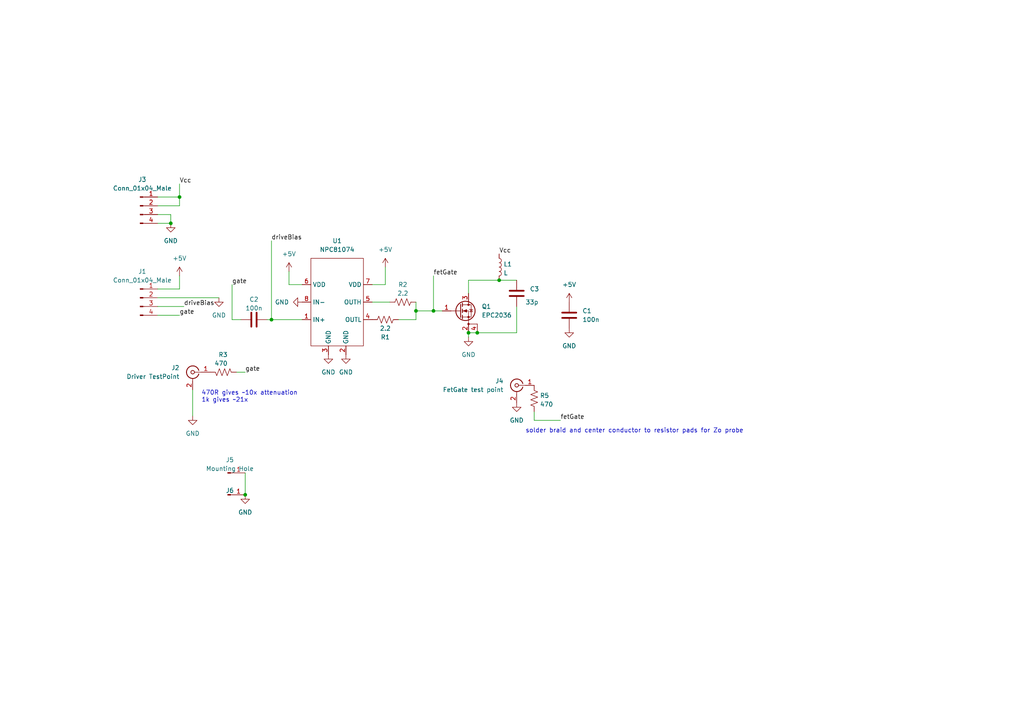
<source format=kicad_sch>
(kicad_sch (version 20211123) (generator eeschema)
  (paper "A4")
  (lib_symbols
    (symbol "Connector:Conn_01x01_Male" (pin_names (offset 1.016) hide)
      (property "Reference" "J" (at 0 2.54 0))
      (property "Value" "Conn_01x01_Male" (at 0 -2.54 0))
      (symbol "Conn_01x01_Male_1_1"
        (polyline (pts (xy 1.27 0) (xy 0.8636 0)) (stroke (width 0.1524)))
        (rectangle (start 0.8636 0.127) (end 0 -0.127) (stroke (width 0.1524)) (fill (type outline)))
        (pin passive line (at 5.08 0 180) (length 3.81) (name "Pin_1") (number "1"))
      )
    )
    (symbol "Connector:Conn_01x04_Male" (pin_names (offset 1.016) hide)
      (property "Reference" "J" (at 0 5.08 0))
      (property "Value" "Conn_01x04_Male" (at 0 -7.62 0))
      (symbol "Conn_01x04_Male_1_1"
        (polyline (pts (xy 1.27 -5.08) (xy 0.8636 -5.08)) (stroke (width 0.1524)))
        (polyline (pts (xy 1.27 -2.54) (xy 0.8636 -2.54)) (stroke (width 0.1524)))
        (polyline (pts (xy 1.27 0) (xy 0.8636 0)) (stroke (width 0.1524)))
        (polyline (pts (xy 1.27 2.54) (xy 0.8636 2.54)) (stroke (width 0.1524)))
        (rectangle (start 0.8636 -4.953) (end 0 -5.207) (stroke (width 0.1524)) (fill (type outline)))
        (rectangle (start 0.8636 -2.413) (end 0 -2.667) (stroke (width 0.1524)) (fill (type outline)))
        (rectangle (start 0.8636 0.127) (end 0 -0.127) (stroke (width 0.1524)) (fill (type outline)))
        (rectangle (start 0.8636 2.667) (end 0 2.413) (stroke (width 0.1524)) (fill (type outline)))
        (pin passive line (at 5.08 2.54 180) (length 3.81) (name "Pin_1") (number "1"))
        (pin passive line (at 5.08 0 180) (length 3.81) (name "Pin_2") (number "2"))
        (pin passive line (at 5.08 -2.54 180) (length 3.81) (name "Pin_3") (number "3"))
        (pin passive line (at 5.08 -5.08 180) (length 3.81) (name "Pin_4") (number "4"))
      )
    )
    (symbol "Connector:Conn_Coaxial" (pin_names (offset 1.016) hide)
      (property "Reference" "J" (at 0.254 3.048 0))
      (property "Value" "Conn_Coaxial" (at 2.921 0 90))
      (symbol "Conn_Coaxial_0_1"
        (arc (start -1.778 -0.508) (mid 0.222 -1.808) (end 1.778 0) (stroke (width 0.254)))
        (polyline (pts (xy -2.54 0) (xy -0.508 0)))
        (polyline (pts (xy 0 -2.54) (xy 0 -1.778)))
        (circle (center 0 0) (radius 0.508) (stroke (width 0.2032)))
        (arc (start 1.778 0) (mid 0.2221 1.8083) (end -1.778 0.508) (stroke (width 0.254)))
      )
      (symbol "Conn_Coaxial_1_1"
        (pin passive line (at -5.08 0 0) (length 2.54) (name "In") (number "1"))
        (pin passive line (at 0 -5.08 90) (length 2.54) (name "Ext") (number "2"))
      )
    )
    (symbol "Device:C" (pin_numbers hide) (pin_names (offset 0.254))
      (property "Reference" "C" (at 0.635 2.54 0))
      (property "Value" "C" (at 0.635 -2.54 0))
      (symbol "C_0_1"
        (polyline (pts (xy -2.032 -0.762) (xy 2.032 -0.762)) (stroke (width 0.508)))
        (polyline (pts (xy -2.032 0.762) (xy 2.032 0.762)) (stroke (width 0.508)))
      )
      (symbol "C_1_1"
        (pin passive line (at 0 3.81 270) (length 2.794) (name "~") (number "1"))
        (pin passive line (at 0 -3.81 90) (length 2.794) (name "~") (number "2"))
      )
    )
    (symbol "Device:L" (pin_numbers hide) (pin_names (offset 1.016) hide)
      (property "Reference" "L" (at -1.27 0 90))
      (property "Value" "L" (at 1.905 0 90))
      (symbol "L_0_1"
        (arc (start 0 -2.54) (mid 0.635 -1.905) (end 0 -1.27))
        (arc (start 0 -1.27) (mid 0.635 -0.635) (end 0 0))
        (arc (start 0 0) (mid 0.635 0.635) (end 0 1.27))
        (arc (start 0 1.27) (mid 0.635 1.905) (end 0 2.54))
      )
      (symbol "L_1_1"
        (pin passive line (at 0 3.81 270) (length 1.27) (name "1") (number "1"))
        (pin passive line (at 0 -3.81 90) (length 1.27) (name "2") (number "2"))
      )
    )
    (symbol "Device:R_US" (pin_numbers hide) (pin_names (offset 0))
      (property "Reference" "R" (at 2.54 0 90))
      (property "Value" "R_US" (at -2.54 0 90))
      (symbol "R_US_0_1"
        (polyline (pts (xy 0 -2.286) (xy 0 -2.54)))
        (polyline (pts (xy 0 2.286) (xy 0 2.54)))
        (polyline (pts (xy 0 -0.762) (xy 1.016 -1.143) (xy 0 -1.524) (xy -1.016 -1.905) (xy 0 -2.286)))
        (polyline (pts (xy 0 0.762) (xy 1.016 0.381) (xy 0 0) (xy -1.016 -0.381) (xy 0 -0.762)))
        (polyline (pts (xy 0 2.286) (xy 1.016 1.905) (xy 0 1.524) (xy -1.016 1.143) (xy 0 0.762)))
      )
      (symbol "R_US_1_1"
        (pin passive line (at 0 3.81 270) (length 1.27) (name "~") (number "1"))
        (pin passive line (at 0 -3.81 90) (length 1.27) (name "~") (number "2"))
      )
    )
    (symbol "gan_fet:NPC81074"
      (property "Reference" "U" (at 0 10.16 0))
      (property "Value" "NPC81074" (at 0 12.7 0))
      (symbol "NPC81074_0_1"
        (rectangle (start -7.62 15.24) (end 7.62 -10.16))
      )
      (symbol "NPC81074_1_1"
        (pin input line (at -10.16 -2.54 0) (length 2.54) (name "IN+") (number "1"))
        (pin power_in line (at 2.54 -12.7 90) (length 2.54) (name "GND") (number "2"))
        (pin power_in line (at -2.54 -12.7 90) (length 2.54) (name "GND") (number "3"))
        (pin open_collector line (at 10.16 -2.54 180) (length 2.54) (name "OUTL") (number "4"))
        (pin open_emitter line (at 10.16 2.54 180) (length 2.54) (name "OUTH") (number "5"))
        (pin power_in line (at -10.16 7.62 0) (length 2.54) (name "VDD") (number "6"))
        (pin power_in line (at 10.16 7.62 180) (length 2.54) (name "VDD") (number "7"))
        (pin input line (at -10.16 2.54 0) (length 2.54) (name "IN-") (number "8"))
      )
    )
    (symbol "gan_fet:Q_NMOS_GSDS" (pin_names (offset 0) hide)
      (property "Reference" "Q1" (at 6.35 1.2701 0))
      (property "Value" "Q_NMOS_GSDS" (at 6.35 -1.2699 0))
      (symbol "Q_NMOS_GSDS_0_1"
        (polyline (pts (xy 0.254 0) (xy -2.54 0)))
        (polyline (pts (xy 0.254 1.905) (xy 0.254 -1.905)) (stroke (width 0.254)))
        (polyline (pts (xy 0.762 -1.27) (xy 0.762 -2.286)) (stroke (width 0.254)))
        (polyline (pts (xy 0.762 0.508) (xy 0.762 -0.508)) (stroke (width 0.254)))
        (polyline (pts (xy 0.762 2.286) (xy 0.762 1.27)) (stroke (width 0.254)))
        (polyline (pts (xy 2.54 -3.81) (xy 2.54 -2.54)) (stroke (width 0.1524)))
        (polyline (pts (xy 2.54 2.54) (xy 2.54 1.778)))
        (polyline (pts (xy 5.08 -3.81) (xy 2.54 -3.81)) (stroke (width 0.1524)))
        (polyline (pts (xy 2.54 -2.54) (xy 2.54 0) (xy 0.762 0)))
        (polyline (pts (xy 0.762 -1.778) (xy 3.302 -1.778) (xy 3.302 1.778) (xy 0.762 1.778)))
        (polyline (pts (xy 1.016 0) (xy 2.032 0.381) (xy 2.032 -0.381) (xy 1.016 0)) (fill (type outline)))
        (polyline (pts (xy 2.794 0.508) (xy 2.921 0.381) (xy 3.683 0.381) (xy 3.81 0.254)))
        (polyline (pts (xy 3.302 0.381) (xy 2.921 -0.254) (xy 3.683 -0.254) (xy 3.302 0.381)))
        (circle (center 1.651 0) (radius 2.794) (stroke (width 0.254)))
        (circle (center 2.54 -3.81) (radius 0.254) (fill (type outline)))
        (circle (center 2.54 -1.778) (radius 0.254) (fill (type outline)))
        (circle (center 2.54 1.778) (radius 0.254) (fill (type outline)))
      )
      (symbol "Q_NMOS_GSDS_1_1"
        (pin input line (at -5.08 0 0) (length 2.54) (name "G") (number "1"))
        (pin passive line (at 2.54 -6.35 90) (length 2.54) (name "S") (number "2"))
        (pin passive line (at 2.54 5.08 270) (length 2.54) (name "D") (number "3"))
        (pin passive line (at 5.08 -6.35 90) (length 2.54) (name "Source") (number "4"))
      )
    )
    (symbol "power:+5V" (power) (pin_names (offset 0))
      (property "Value" "+5V" (at 0 3.556 0))
      (symbol "+5V_0_1"
        (polyline (pts (xy -0.762 1.27) (xy 0 2.54)))
        (polyline (pts (xy 0 0) (xy 0 2.54)))
        (polyline (pts (xy 0 2.54) (xy 0.762 1.27)))
      )
      (symbol "+5V_1_1"
        (pin power_in line (at 0 0 90) (length 0) hide (name "+5V") (number "1"))
      )
    )
    (symbol "power:GND" (power) (pin_names (offset 0))
      (property "Value" "GND" (at 0 -3.81 0))
      (symbol "GND_0_1"
        (polyline (pts (xy 0 0) (xy 0 -1.27) (xy 1.27 -1.27) (xy 0 -2.54) (xy -1.27 -1.27) (xy 0 -1.27)))
      )
      (symbol "GND_1_1"
        (pin power_in line (at 0 0 270) (length 0) hide (name "GND") (number "1"))
      )
    )
  )
  (junction (at 125.73 90.17))
  (junction (at 120.65 90.17))
  (junction (at 49.53 64.77))
  (junction (at 135.89 96.52))
  (junction (at 138.43 96.52))
  (junction (at 78.74 92.71))
  (junction (at 71.12 143.51))
  (junction (at 52.07 57.15))
  (junction (at 144.78 81.28))
  (wire (pts (xy 149.86 96.52) (xy 138.43 96.52)))
  (wire (pts (xy 154.94 119.38) (xy 154.94 121.92)))
  (wire (pts (xy 45.72 62.23) (xy 49.53 62.23)))
  (wire (pts (xy 68.58 107.95) (xy 71.12 107.95)))
  (wire (pts (xy 111.76 77.47) (xy 111.76 82.55)))
  (wire (pts (xy 67.31 82.55) (xy 67.31 92.71)))
  (wire (pts (xy 135.89 85.09) (xy 135.89 81.28)))
  (wire (pts (xy 78.74 92.71) (xy 87.63 92.71)))
  (wire (pts (xy 120.65 92.71) (xy 120.65 90.17)))
  (wire (pts (xy 135.89 96.52) (xy 138.43 96.52)))
  (wire (pts (xy 120.65 87.63) (xy 120.65 90.17)))
  (wire (pts (xy 52.07 57.15) (xy 45.72 57.15)))
  (wire (pts (xy 107.95 87.63) (xy 113.03 87.63)))
  (wire (pts (xy 144.78 81.28) (xy 149.86 81.28)))
  (wire (pts (xy 67.31 92.71) (xy 69.85 92.71)))
  (wire (pts (xy 111.76 82.55) (xy 107.95 82.55)))
  (wire (pts (xy 83.82 82.55) (xy 87.63 82.55)))
  (wire (pts (xy 45.72 88.9) (xy 53.34 88.9)))
  (wire (pts (xy 149.86 88.9) (xy 149.86 96.52)))
  (wire (pts (xy 52.07 80.01) (xy 52.07 83.82)))
  (wire (pts (xy 49.53 62.23) (xy 49.53 64.77)))
  (wire (pts (xy 115.57 92.71) (xy 120.65 92.71)))
  (wire (pts (xy 52.07 53.34) (xy 52.07 57.15)))
  (wire (pts (xy 83.82 78.74) (xy 83.82 82.55)))
  (wire (pts (xy 45.72 59.69) (xy 52.07 59.69)))
  (wire (pts (xy 77.47 92.71) (xy 78.74 92.71)))
  (wire (pts (xy 52.07 59.69) (xy 52.07 57.15)))
  (wire (pts (xy 135.89 97.79) (xy 135.89 96.52)))
  (wire (pts (xy 125.73 80.01) (xy 125.73 90.17)))
  (wire (pts (xy 45.72 86.36) (xy 63.5 86.36)))
  (wire (pts (xy 120.65 90.17) (xy 125.73 90.17)))
  (wire (pts (xy 49.53 64.77) (xy 45.72 64.77)))
  (wire (pts (xy 55.88 113.03) (xy 55.88 120.65)))
  (wire (pts (xy 135.89 81.28) (xy 144.78 81.28)))
  (wire (pts (xy 71.12 137.16) (xy 71.12 143.51)))
  (wire (pts (xy 78.74 69.85) (xy 78.74 92.71)))
  (wire (pts (xy 154.94 121.92) (xy 162.56 121.92)))
  (wire (pts (xy 125.73 90.17) (xy 128.27 90.17)))
  (wire (pts (xy 52.07 91.44) (xy 45.72 91.44)))
  (wire (pts (xy 52.07 83.82) (xy 45.72 83.82)))
  (text "470R gives ~10x attenuation\n1k gives ~21x" (at 58.42 116.84 0) (effects (font (size 1.27 1.27)) (justify left bottom)))
  (text "solder braid and center conductor to resistor pads for Zo probe" (at 152.4 125.73 0) (effects (font (size 1.27 1.27)) (justify left bottom)))
  (label "gate" (at 52.07 91.44 0))
  (label "fetGate" (at 125.73 80.01 0))
  (label "gate" (at 67.31 82.55 0))
  (label "gate" (at 71.12 107.95 0))
  (label "driveBias" (at 53.34 88.9 0))
  (label "driveBias" (at 78.74 69.85 0))
  (label "fetGate" (at 162.56 121.92 0))
  (label "Vcc" (at 144.78 73.66 0))
  (label "Vcc" (at 52.07 53.34 0))
  (symbol (lib_id "power:GND") (at 71.12 143.51 0) (unit 1)
    (property "Reference" "#PWR011" (effects hide))
    (property "Value" "GND" (at 71.12 148.59 0))
  )
  (symbol (lib_id "power:+5V") (at 83.82 78.74 0) (unit 1)
    (property "Reference" "#PWR03" (effects hide))
    (property "Value" "+5V" (at 83.82 73.66 0))
  )
  (symbol (lib_id "power:GND") (at 87.63 87.63 270) (unit 1)
    (property "Reference" "#PWR04" (effects hide))
    (property "Value" "GND" (at 83.82 87.6299 90) (effects (justify right)))
  )
  (symbol (lib_id "power:GND") (at 100.33 102.87 0) (unit 1)
    (property "Reference" "#PWR06" (effects hide))
    (property "Value" "GND" (at 100.33 107.95 0))
  )
  (symbol (lib_id "power:GND") (at 95.25 102.87 0) (unit 1)
    (property "Reference" "#PWR05" (effects hide))
    (property "Value" "GND" (at 95.25 107.95 0))
  )
  (symbol (lib_id "power:GND") (at 63.5 86.36 0) (unit 1)
    (property "Reference" "#PWR01" (effects hide))
    (property "Value" "GND" (at 63.5 91.44 0))
  )
  (symbol (lib_id "Device:R_US") (at 64.77 107.95 90) (mirror x) (unit 1)
    (property "Reference" "R3" (at 66.04 102.87 90) (effects (justify left)))
    (property "Value" "470" (at 66.04 105.41 90) (effects (justify left)))
    (property "Footprint" "Resistor_SMD:R_0805_2012Metric" (effects hide))
  )
  (symbol (lib_id "power:GND") (at 55.88 120.65 0) (mirror y) (unit 1)
    (property "Reference" "#PWR0102" (effects hide))
    (property "Value" "GND" (at 55.88 125.73 0))
  )
  (symbol (lib_id "Device:R_US") (at 154.94 115.57 0) (unit 1)
    (property "Reference" "R5" (at 156.591 114.7353 0) (effects (justify left)))
    (property "Value" "470" (at 156.591 117.2722 0) (effects (justify left)))
    (property "Footprint" "Resistor_SMD:R_0805_2012Metric_Pad1.20x1.40mm_HandSolder" (effects hide))
  )
  (symbol (lib_id "Device:C") (at 73.66 92.71 270) (unit 1)
    (property "Reference" "C2" (at 73.66 86.8512 90))
    (property "Value" "100n" (at 73.66 89.3881 90))
    (property "Footprint" "Capacitor_SMD:C_1206_3216Metric" (effects hide))
  )
  (symbol (lib_id "gan_fet:NPC81074") (at 97.79 90.17 0) (unit 1)
    (property "Reference" "U1" (at 97.79 69.85 0))
    (property "Value" "NPC81074" (at 97.79 72.39 0))
    (property "Footprint" "Package_SO:SOIC-8_3.9x4.9mm_P1.27mm" (effects hide))
    (property "Datasheet" "https://www.onsemi.com/pdf/datasheet/ncp81074-d.pdf" (effects hide))
  )
  (symbol (lib_id "Connector:Conn_01x04_Male") (at 40.64 59.69 0) (unit 1)
    (property "Reference" "J3" (at 41.275 52.07 0))
    (property "Value" "Conn_01x04_Male" (at 41.275 54.61 0))
    (property "Footprint" "Connector_PinHeader_2.54mm:PinHeader_1x04_P2.54mm_Vertical" (effects hide))
  )
  (symbol (lib_id "Device:C") (at 149.86 85.09 0) (unit 1)
    (property "Reference" "C3" (at 153.67 83.8199 0) (effects (justify left)))
    (property "Value" "33p" (at 152.4 87.63 0) (effects (justify left)))
    (property "Footprint" "Capacitor_SMD:C_1206_3216Metric" (effects hide))
  )
  (symbol (lib_id "gan_fet:Q_NMOS_GSDS") (at 133.35 90.17 0) (unit 1)
    (property "Reference" "Q1" (at 139.7 88.8999 0) (effects (justify left)))
    (property "Value" "EPC2036" (at 139.7 91.4399 0) (effects (justify left)))
    (property "Footprint" "epc:epc2036" (effects hide))
  )
  (symbol (lib_id "Device:R_US") (at 111.76 92.71 90) (unit 1)
    (property "Reference" "R1" (at 111.76 97.79 90))
    (property "Value" "2.2" (at 111.76 95.25 90))
    (property "Footprint" "Resistor_SMD:R_0805_2012Metric_Pad1.20x1.40mm_HandSolder" (effects hide))
  )
  (symbol (lib_id "Device:C") (at 165.1 91.44 0) (unit 1)
    (property "Reference" "C1" (at 168.91 90.1699 0) (effects (justify left)))
    (property "Value" "100n" (at 168.91 92.7099 0) (effects (justify left)))
    (property "Footprint" "Capacitor_SMD:C_1206_3216Metric" (effects hide))
  )
  (symbol (lib_id "power:+5V") (at 165.1 87.63 0) (unit 1)
    (property "Reference" "#PWR09" (effects hide))
    (property "Value" "+5V" (at 165.1 82.55 0))
  )
  (symbol (lib_id "Connector:Conn_Coaxial") (at 55.88 107.95 0) (mirror y) (unit 1)
    (property "Reference" "J2" (at 52.07 106.6831 0) (effects (justify left)))
    (property "Value" "Driver TestPoint" (at 52.07 109.22 0) (effects (justify left)))
    (property "Footprint" "Connector_Coaxial:SMA_Samtec_SMA-J-P-X-ST-EM1_EdgeMount" (effects hide))
    (property "Datasheet" " ~" (effects hide))
  )
  (symbol (lib_id "power:+5V") (at 111.76 77.47 0) (unit 1)
    (property "Reference" "#PWR07" (effects hide))
    (property "Value" "+5V" (at 111.76 72.39 0))
  )
  (symbol (lib_id "Device:R_US") (at 116.84 87.63 90) (unit 1)
    (property "Reference" "R2" (at 116.84 82.55 90))
    (property "Value" "2.2" (at 116.84 85.09 90))
    (property "Footprint" "Resistor_SMD:R_0805_2012Metric_Pad1.20x1.40mm_HandSolder" (effects hide))
  )
  (symbol (lib_id "Connector:Conn_01x01_Male") (at 66.04 137.16 0) (unit 1)
    (property "Reference" "J5" (at 66.675 133.384 0))
    (property "Value" "Mounting Hole" (at 66.675 135.9209 0))
  )
  (symbol (lib_id "Connector:Conn_01x01_Male") (at 66.04 143.51 0) (unit 1)
    (property "Reference" "J6" (at 66.675 142.271 0))
    (property "Value" "Conn_01x01_Male" (effects hide))
  )
  (symbol (lib_id "Connector:Conn_01x04_Male") (at 40.64 86.36 0) (unit 1)
    (property "Reference" "J1" (at 41.275 78.74 0))
    (property "Value" "Conn_01x04_Male" (at 41.275 81.28 0))
    (property "Footprint" "Connector_PinHeader_2.54mm:PinHeader_1x04_P2.54mm_Vertical" (effects hide))
  )
  (symbol (lib_id "Device:L") (at 144.78 77.47 0) (unit 1)
    (property "Reference" "L1" (at 146.05 76.6353 0) (effects (justify left)))
    (property "Value" "L" (at 146.05 79.1722 0) (effects (justify left)))
    (property "Footprint" "Resistor_THT:R_Axial_DIN0204_L3.6mm_D1.6mm_P5.08mm_Horizontal" (effects hide))
  )
  (symbol (lib_id "Connector:Conn_Coaxial") (at 149.86 111.76 0) (mirror y) (unit 1)
    (property "Reference" "J4" (at 146.05 110.4931 0) (effects (justify left)))
    (property "Value" "FetGate test point" (at 146.05 113.03 0) (effects (justify left)))
    (property "Footprint" "Connector_Coaxial:SMA_Samtec_SMA-J-P-X-ST-EM1_EdgeMount" (effects hide))
    (property "Datasheet" " ~" (effects hide))
  )
  (symbol (lib_id "power:+5V") (at 52.07 80.01 0) (unit 1)
    (property "Reference" "#PWR02" (effects hide))
    (property "Value" "+5V" (at 52.07 74.93 0))
  )
  (symbol (lib_id "power:GND") (at 165.1 95.25 0) (unit 1)
    (property "Reference" "#PWR010" (effects hide))
    (property "Value" "GND" (at 165.1 100.33 0))
  )
  (symbol (lib_id "power:GND") (at 49.53 64.77 0) (unit 1)
    (property "Reference" "#PWR0104" (effects hide))
    (property "Value" "GND" (at 49.53 69.85 0))
  )
  (symbol (lib_id "power:GND") (at 149.86 116.84 0) (unit 1)
    (property "Reference" "#PWR0101" (effects hide))
    (property "Value" "GND" (at 149.86 121.92 0))
  )
  (symbol (lib_id "power:GND") (at 135.89 97.79 0) (unit 1)
    (property "Reference" "#PWR08" (effects hide))
    (property "Value" "GND" (at 135.89 102.87 0))
  )
)
</source>
